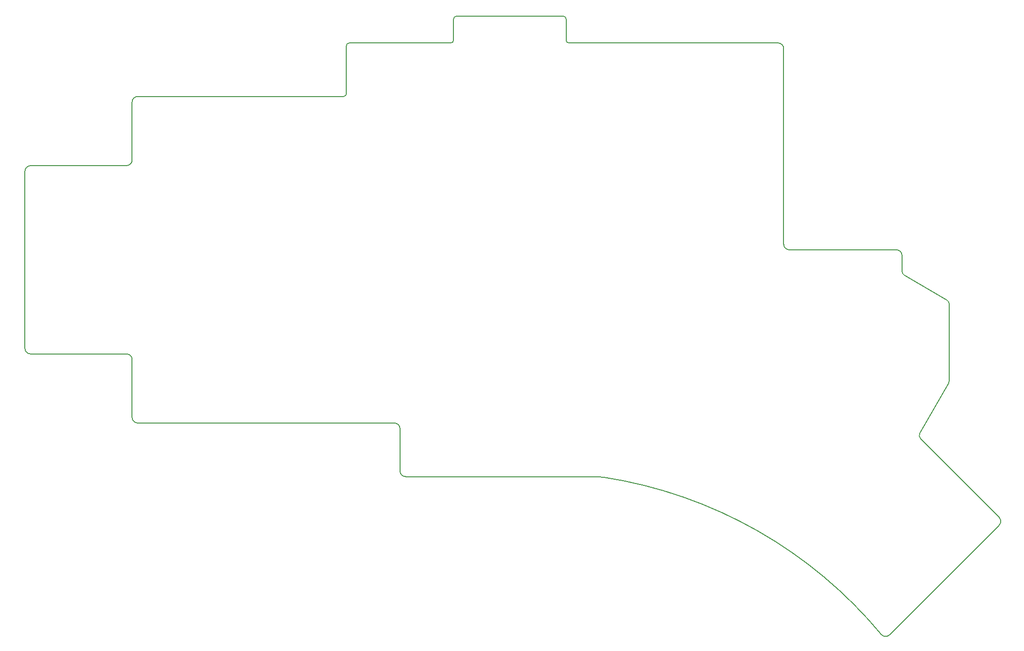
<source format=gm1>
G04 #@! TF.GenerationSoftware,KiCad,Pcbnew,(5.1.10)-1*
G04 #@! TF.CreationDate,2021-10-25T12:35:37+03:00*
G04 #@! TF.ProjectId,top_plate,746f705f-706c-4617-9465-2e6b69636164,rev?*
G04 #@! TF.SameCoordinates,Original*
G04 #@! TF.FileFunction,Profile,NP*
%FSLAX46Y46*%
G04 Gerber Fmt 4.6, Leading zero omitted, Abs format (unit mm)*
G04 Created by KiCad (PCBNEW (5.1.10)-1) date 2021-10-25 12:35:37*
%MOMM*%
%LPD*%
G01*
G04 APERTURE LIST*
G04 #@! TA.AperFunction,Profile*
%ADD10C,0.200000*%
G04 #@! TD*
G04 APERTURE END LIST*
D10*
X63444301Y-111744000D02*
G75*
G02*
X64444301Y-112744000I0J-1000000D01*
G01*
X201305307Y-94213701D02*
X201305307Y-96961228D01*
X204662995Y-126923484D02*
X218564058Y-140826233D01*
X204662994Y-126923484D02*
G75*
G02*
X204504100Y-125716452I707150J707064D01*
G01*
X142093600Y-56413700D02*
X160343601Y-56413700D01*
X209719573Y-102973574D02*
X209719573Y-116414282D01*
X64444301Y-123037700D02*
X64444301Y-112744000D01*
X142093600Y-56413700D02*
G75*
G02*
X141593601Y-55913701I0J499999D01*
G01*
X122094301Y-51650700D02*
X141093600Y-51650700D01*
X63444301Y-111744000D02*
X46394251Y-111744000D01*
X161143601Y-56413700D02*
X178232001Y-56413700D01*
X46394250Y-78244000D02*
X63444301Y-78244000D01*
X112069301Y-132568700D02*
X112069301Y-125037700D01*
X65444301Y-124037700D02*
G75*
G02*
X64444301Y-123037700I0J1000000D01*
G01*
X65444300Y-65938400D02*
X70739000Y-65938400D01*
X102544301Y-65438400D02*
G75*
G02*
X102044301Y-65938400I-500000J0D01*
G01*
X180274351Y-57413701D02*
X180274351Y-92213701D01*
X64444300Y-66938400D02*
G75*
G02*
X65444300Y-65938400I1000000J0D01*
G01*
X45394252Y-110744000D02*
X45394251Y-79244000D01*
X46394251Y-111743999D02*
G75*
G02*
X45394252Y-110744000I0J999999D01*
G01*
X111069301Y-124037700D02*
X65444301Y-124037700D01*
X148268137Y-133685575D02*
G75*
G02*
X197646945Y-161684922I-12191839J-79042325D01*
G01*
X64444301Y-77244000D02*
X64444301Y-66938400D01*
X209219544Y-102107532D02*
G75*
G02*
X209719573Y-102973574I-499971J-866042D01*
G01*
X102544301Y-65438400D02*
X102544301Y-56913701D01*
X178232001Y-56413700D02*
X179274351Y-56413700D01*
X181274351Y-93213701D02*
G75*
G02*
X180274351Y-92213701I0J1000000D01*
G01*
X111069301Y-124037700D02*
G75*
G02*
X112069301Y-125037700I0J-1000000D01*
G01*
X181274351Y-93213700D02*
X200305307Y-93213700D01*
X146743720Y-133568700D02*
X113069301Y-133568700D01*
X218564058Y-140826233D02*
G75*
G02*
X218563958Y-142240449I-707144J-707058D01*
G01*
X179274351Y-56413701D02*
G75*
G02*
X180274351Y-57413701I0J-1000000D01*
G01*
X200305308Y-93213700D02*
G75*
G02*
X201305307Y-94213701I-1J-1000000D01*
G01*
X141093601Y-51650701D02*
G75*
G02*
X141593601Y-52150701I0J-500000D01*
G01*
X113069301Y-133568700D02*
G75*
G02*
X112069301Y-132568700I0J1000000D01*
G01*
X199088150Y-161713108D02*
G75*
G02*
X197646945Y-161684922I-707048J707164D01*
G01*
X121594300Y-55913700D02*
G75*
G02*
X121094300Y-56413700I-500000J0D01*
G01*
X209719573Y-116414281D02*
G75*
G02*
X209585617Y-116914249I-1000000J-1D01*
G01*
X102544300Y-56913701D02*
G75*
G02*
X103044301Y-56413700I500001J0D01*
G01*
X121594301Y-55913700D02*
X121594301Y-52150700D01*
X209585617Y-116914249D02*
X204504100Y-125716452D01*
X201805336Y-97827270D02*
G75*
G02*
X201305307Y-96961228I499971J866042D01*
G01*
X45394250Y-79244000D02*
G75*
G02*
X46394250Y-78244000I1000000J0D01*
G01*
X201805336Y-97827270D02*
X209219544Y-102107532D01*
X218563958Y-142240449D02*
X199088152Y-161713107D01*
X146743720Y-133568700D02*
G75*
G02*
X148268137Y-133685575I0J-10000000D01*
G01*
X103044301Y-56413700D02*
X121094300Y-56413700D01*
X160343601Y-56413700D02*
X161143601Y-56413700D01*
X64444301Y-77244000D02*
G75*
G02*
X63444301Y-78244000I-1000000J0D01*
G01*
X141593601Y-52150701D02*
X141593601Y-55913701D01*
X121594301Y-52150700D02*
G75*
G02*
X122094301Y-51650700I500000J0D01*
G01*
X70739000Y-65938400D02*
X102044301Y-65938400D01*
M02*

</source>
